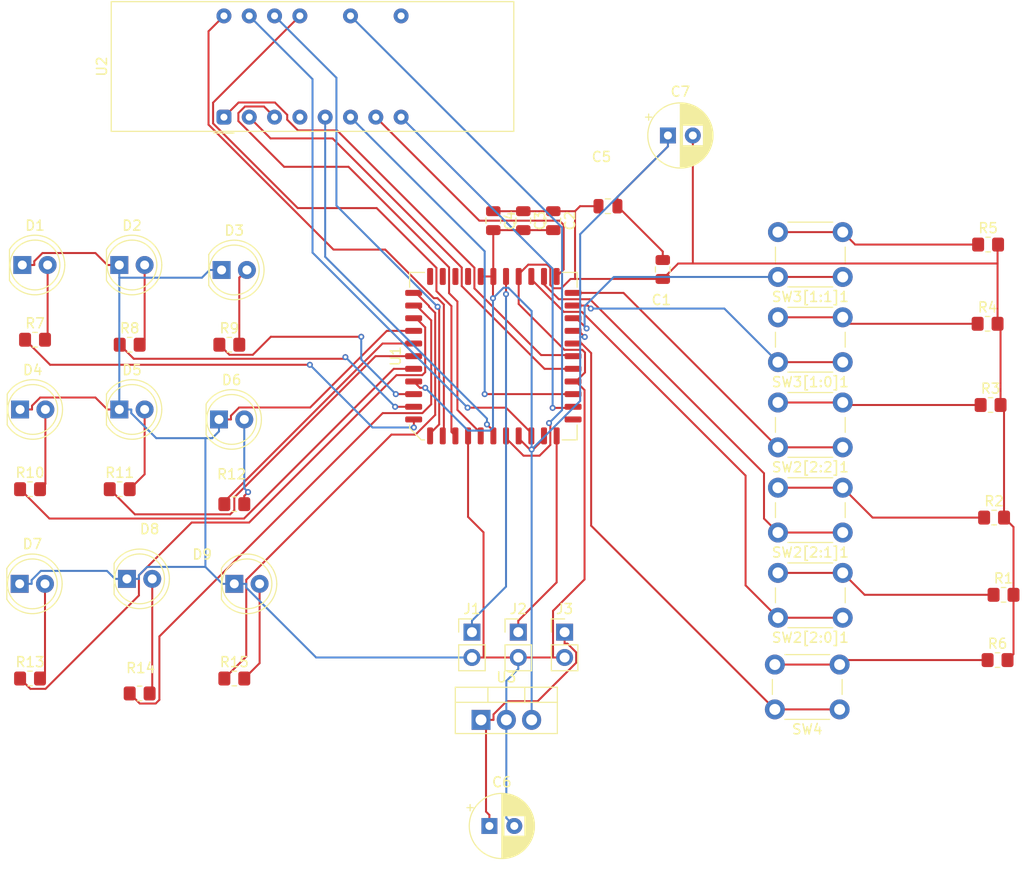
<source format=kicad_pcb>
(kicad_pcb (version 20240108) (generator "pcbnew") (generator_version "8.0")
  (layers (0 "F.Cu" signal) (31 "B.Cu" signal) (34 "B.Paste" user) (35 "F.Paste" user) (36 "B.SilkS" user "B.Silkscreen") (37 "F.SilkS" user "F.Silkscreen") (38 "B.Mask" user) (39 "F.Mask" user) (44 "Edge.Cuts" user))
  (net 0 "")
  (net 1 "GND")
  (net 2 "VCC")
  (net 3 "Net-(J3-Pin_1)")
  (net 4 "Net-(D1-A)")
  (net 5 "Net-(D2-A)")
  (net 6 "Net-(D3-A)")
  (net 7 "Net-(D4-A)")
  (net 8 "Net-(D5-A)")
  (net 9 "Net-(D6-A)")
  (net 10 "Net-(D7-A)")
  (net 11 "Net-(D8-A)")
  (net 12 "Net-(D9-A)")
  (net 13 "Net-(J1-Pin_1)")
  (net 14 "Net-(J2-Pin_1)")
  (net 15 "Net-(R1-Pad1)")
  (net 16 "Net-(R2-Pad1)")
  (net 17 "Net-(R3-Pad1)")
  (net 18 "Net-(R4-Pad1)")
  (net 19 "Net-(R5-Pad1)")
  (net 20 "Net-(R6-Pad1)")
  (net 21 "Net-(U1-IO6)")
  (net 22 "Net-(U1-IO5)")
  (net 23 "Net-(U1-IO4)")
  (net 24 "Net-(U1-IO2)")
  (net 25 "Net-(U1-IO1)")
  (net 26 "Net-(U1-IO44)")
  (net 27 "Net-(U1-IO42)")
  (net 28 "Net-(U1-IO41)")
  (net 29 "Net-(U1-IO40)")
  (net 30 "Net-(U1-IO31)")
  (net 31 "Net-(U1-IO30)")
  (net 32 "Net-(U1-IO28)")
  (net 33 "Net-(U1-IO27)")
  (net 34 "Net-(U1-IO26)")
  (net 35 "Net-(U1-IO24)")
  (net 37 "Net-(U1-IO19)")
  (net 38 "Net-(U1-IO12)")
  (net 39 "Net-(U1-IO7)")
  (net 40 "Net-(U1-IO8)")
  (net 41 "Net-(U1-IO13)")
  (net 42 "Net-(U1-IO29)")
  (net 43 "Net-(U1-IO9)")
  (net 44 "Net-(U1-IO15)")
  (net 45 "Net-(U1-IO20)")
  (net 49 "Net-(U1-IO22)")
  (net 50 "Net-(U1-IO23)")
  (net 52 "Net-(U1-IO11)")
  (footprint "Resistor_SMD:R_0805_2012Metric_Pad1.20x1.40mm_HandSolder" (layer "F.Cu") (at 69.5 54)
    (property "Reference" "R8")
    (property "Value" "220Ω")
  )
  (footprint "Capacitor_SMD:C_0805_2012Metric" (layer "F.Cu") (at 117.5 40.1)
    (property "Reference" "C5")
    (property "Value" "100nF")
  )
  (footprint "Resistor_SMD:R_0805_2012Metric_Pad1.20x1.40mm_HandSolder" (layer "F.Cu") (at 59.5 87.5)
    (property "Reference" "R13")
    (property "Value" "220Ω")
  )
  (footprint "Button_Switch_THT:SW_PUSH_6mm" (layer "F.Cu") (at 140.75 90.6 180)
    (property "Reference" "SW4")
    (property "Value" "SW_Push")
  )
  (footprint "LED_THT:LED_D5.0mm" (layer "F.Cu") (at 58.725 46)
    (property "Reference" "D1")
    (property "Value" "LED")
  )
  (footprint "LED_THT:LED_D5.0mm" (layer "F.Cu") (at 78.46 61.5)
    (property "Reference" "D6")
    (property "Value" "LED")
  )
  (footprint "Button_Switch_THT:SW_PUSH_6mm" (layer "F.Cu") (at 141.06 55.75 180)
    (property "Reference" "SW3[1:0]1")
    (property "Value" "SW_Push")
  )
  (footprint "Resistor_SMD:R_0805_2012Metric_Pad1.20x1.40mm_HandSolder" (layer "F.Cu") (at 79.5 54)
    (property "Reference" "R9")
    (property "Value" "220Ω")
  )
  (footprint "Resistor_SMD:R_0805_2012Metric_Pad1.20x1.40mm_HandSolder" (layer "F.Cu") (at 155.6 51.9)
    (property "Reference" "R4")
    (property "Value" "10kΩ")
  )
  (footprint "Button_Switch_THT:SW_PUSH_6mm" (layer "F.Cu") (at 141.06 47.2 180)
    (property "Reference" "SW3[1:1]1")
    (property "Value" "SW_Push")
  )
  (footprint "Resistor_SMD:R_0805_2012Metric_Pad1.20x1.40mm_HandSolder" (layer "F.Cu") (at 68.5 68.5)
    (property "Reference" "R11")
    (property "Value" "220Ω")
  )
  (footprint "Capacitor_THT:CP_Radial_D6.3mm_P2.50mm" (layer "F.Cu") (at 123.5176 33)
    (property "Reference" "C7")
    (property "Value" "10uF")
  )
  (footprint "Resistor_SMD:R_0805_2012Metric_Pad1.20x1.40mm_HandSolder" (layer "F.Cu") (at 157.2 79.1)
    (property "Reference" "R1")
    (property "Value" "10kΩ")
  )
  (footprint "LED_THT:LED_D5.0mm" (layer "F.Cu") (at 58.5 60.5)
    (property "Reference" "D4")
    (property "Value" "LED")
  )
  (footprint "Resistor_SMD:R_0805_2012Metric_Pad1.20x1.40mm_HandSolder" (layer "F.Cu") (at 156.25 71.35)
    (property "Reference" "R2")
    (property "Value" "10kΩ")
  )
  (footprint "Capacitor_SMD:C_0805_2012Metric" (layer "F.Cu") (at 109 41.55 -90)
    (property "Reference" "C3")
    (property "Value" "100nF")
  )
  (footprint "LED_THT:LED_D5.0mm" (layer "F.Cu") (at 80 78)
    (property "Reference" "D9")
    (property "Value" "LED")
  )
  (footprint "Capacitor_THT:CP_Radial_D6.3mm_P2.50mm" (layer "F.Cu") (at 105.6 102.3)
    (property "Reference" "C6")
    (property "Value" "10uF")
  )
  (footprint "Resistor_SMD:R_0805_2012Metric_Pad1.20x1.40mm_HandSolder" (layer "F.Cu") (at 80 87.5)
    (property "Reference" "R15")
    (property "Value" "220Ω")
  )
  (footprint "Capacitor_SMD:C_0805_2012Metric" (layer "F.Cu") (at 105.99 41.55 -90)
    (property "Reference" "C4")
    (property "Value" "100nF")
  )
  (footprint "Connector_PinHeader_2.54mm:PinHeader_1x02_P2.54mm_Vertical" (layer "F.Cu") (at 103.85 82.85)
    (property "Reference" "J1")
    (property "Value" "Conn_01x02_Pin")
  )
  (footprint "Button_Switch_THT:SW_PUSH_6mm" (layer "F.Cu") (at 141.06 81.4 180)
    (property "Reference" "SW2[2:0]1")
    (property "Value" "SW_Push")
  )
  (footprint "Resistor_SMD:R_0805_2012Metric_Pad1.20x1.40mm_HandSolder" (layer "F.Cu") (at 60 53.5)
    (property "Reference" "R7")
    (property "Value" "220Ω")
  )
  (footprint "LED_THT:LED_D5.0mm" (layer "F.Cu") (at 68.46 46)
    (property "Reference" "D2")
    (property "Value" "LED")
  )
  (footprint "Button_Switch_THT:SW_PUSH_6mm" (layer "F.Cu") (at 141.06 64.3 180)
    (property "Reference" "SW2[2:2]1")
    (property "Value" "SW_Push")
  )
  (footprint "Capacitor_SMD:C_0805_2012Metric" (layer "F.Cu") (at 123 46.45 -90)
    (property "Reference" "C1")
    (property "Value" "100nF")
  )
  (footprint "Resistor_SMD:R_0805_2012Metric_Pad1.20x1.40mm_HandSolder" (layer "F.Cu") (at 59.5 68.5)
    (property "Reference" "R10")
    (property "Value" "220Ω")
  )
  (footprint "Resistor_SMD:R_0805_2012Metric_Pad1.20x1.40mm_HandSolder" (layer "F.Cu") (at 155.65 43.95)
    (property "Reference" "R5")
    (property "Value" "10kΩ")
  )
  (footprint "Display_7Segment:LTC-4627Jx" (layer "F.Cu") (at 78.96 31.16 90)
    (property "Reference" "U2")
    (property "Value" "LTC-4627JD")
  )
  (footprint "Resistor_SMD:R_0805_2012Metric_Pad1.20x1.40mm_HandSolder" (layer "F.Cu") (at 156.6 85.65)
    (property "Reference" "R6")
    (property "Value" "10kΩ")
  )
  (footprint "Resistor_SMD:R_0805_2012Metric_Pad1.20x1.40mm_HandSolder" (layer "F.Cu") (at 155.9 60.05)
    (property "Reference" "R3")
    (property "Value" "10kΩ")
  )
  (footprint "Capacitor_SMD:C_0805_2012Metric" (layer "F.Cu") (at 112.01 41.55 -90)
    (property "Reference" "C2")
    (property "Value" "100nF")
  )
  (footprint "Button_Switch_THT:SW_PUSH_6mm" (layer "F.Cu") (at 141.06 72.85 180)
    (property "Reference" "SW2[2:1]1")
    (property "Value" "SW_Push")
  )
  (footprint "LED_THT:LED_D5.0mm" (layer "F.Cu") (at 69.225 77.5)
    (property "Reference" "D8")
    (property "Value" "LED")
  )
  (footprint "LED_THT:LED_D5.0mm" (layer "F.Cu") (at 68.46 60.5)
    (property "Reference" "D5")
    (property "Value" "LED")
  )
  (footprint "LED_THT:LED_D5.0mm" (layer "F.Cu") (at 78.725 46.5)
    (property "Reference" "D3")
    (property "Value" "LED")
  )
  (footprint "LED_THT:LED_D5.0mm" (layer "F.Cu") (at 58.46 78)
    (property "Reference" "D7")
    (property "Value" "LED")
  )
  (footprint "Resistor_SMD:R_0805_2012Metric_Pad1.20x1.40mm_HandSolder" (layer "F.Cu") (at 80 70)
    (property "Reference" "R12")
    (property "Value" "220Ω")
  )
  (footprint "Package_LCC:PLCC-44_16.6x16.6mm_P1.27mm" (layer "F.Cu") (at 106 55.15 90)
    (property "Reference" "U1")
    (property "Value" "ACT1020PL44")
  )
  (footprint "Package_TO_SOT_THT:TO-220-3_Vertical" (layer "F.Cu") (at 104.76 91.65)
    (property "Reference" "U3")
    (property "Value" "LM7805_TO220")
  )
  (footprint "Connector_PinHeader_2.54mm:PinHeader_1x02_P2.54mm_Vertical" (layer "F.Cu") (at 113.15 82.85)
    (property "Reference" "J3")
    (property "Value" "Conn_01x02_Pin")
  )
  (footprint "Connector_PinHeader_2.54mm:PinHeader_1x02_P2.54mm_Vertical" (layer "F.Cu") (at 108.5 82.85)
    (property "Reference" "J2")
    (property "Value" "Conn_01x02_Pin")
  )
  (footprint "Resistor_SMD:R_0805_2012Metric_Pad1.20x1.40mm_HandSolder" (layer "F.Cu") (at 70.5 89)
    (property "Reference" "R14")
    (property "Value" "220Ω")
  )
  (segment (start 66.0598 44.7999) (end 60.7501 44.7999) (width 0.2) (layer "F.Cu") (net 1))
  (segment (start 80.4851 60.2999) (end 79.6601 61.1249) (width 0.2) (layer "F.Cu") (net 1))
  (segment (start 111.7104 48.0068) (end 112.0399 48.3363) (width 0.2) (layer "F.Cu") (net 1))
  (segment (start 59.7001 60.1249) (end 59.7001 60.5) (width 0.2) (layer "F.Cu") (net 1))
  (segment (start 156.9 52.2) (end 156.6 51.9) (width 0.2) (layer "F.Cu") (net 1))
  (segment (start 114.1956 40.6) (end 114.1956 47.4) (width 0.2) (layer "F.Cu") (net 1))
  (segment (start 105.0125 72.8354) (end 103.46 71.2829) (width 0.2) (layer "F.Cu") (net 1))
  (segment (start 98 52.61) (end 95.3071 52.61) (width 0.2) (layer "F.Cu") (net 1))
  (segment (start 60.7501 44.7999) (end 59.9251 45.6249) (width 0.2) (layer "F.Cu") (net 1))
  (segment (start 111.9875 85.39) (end 111.9875 80.7136) (width 0.2) (layer "F.Cu") (net 1))
  (segment (start 157.25 71.35) (end 157.25 60.4) (width 0.2) (layer "F.Cu") (net 1))
  (segment (start 111.9875 80.7136) (end 115.1508 77.5503) (width 0.2) (layer "F.Cu") (net 1))
  (segment (start 114.9227 54.515) (end 115.1946 54.7869) (width 0.2) (layer "F.Cu") (net 1))
  (segment (start 158.2 85.05) (end 158.2 79.1) (width 0.2) (layer "F.Cu") (net 1))
  (segment (start 109.501 45.9671) (end 111.3999 45.9671) (width 0.2) (layer "F.Cu") (net 1))
  (segment (start 108.54 46.9281) (end 109.501 45.9671) (width 0.2) (layer "F.Cu") (net 1))
  (segment (start 157.25 60.4) (end 156.9 60.05) (width 0.2) (layer "F.Cu") (net 1))
  (segment (start 156.6 45.8504) (end 156.6 51.9) (width 0.2) (layer "F.Cu") (net 1))
  (segment (start 108.5 85.39) (end 105.0125 85.39) (width 0.2) (layer "F.Cu") (net 1))
  (segment (start 126.0176 45.8504) (end 126.0176 33) (width 0.2) (layer "F.Cu") (net 1))
  (segment (start 67.2599 46) (end 66.0598 44.7999) (width 0.2) (layer "F.Cu") (net 1))
  (segment (start 79.6601 61.1249) (end 79.6601 61.5) (width 0.2) (layer "F.Cu") (net 1))
  (segment (start 156.9 60.05) (end 156.9 52.2) (width 0.2) (layer "F.Cu") (net 1))
  (segment (start 58.5 60.5) (end 59.7001 60.5) (width 0.2) (layer "F.Cu") (net 1))
  (segment (start 111.3999 45.9671) (end 111.7104 46.2776) (width 0.2) (layer "F.Cu") (net 1))
  (segment (start 95.3071 52.61) (end 87.6172 60.2999) (width 0.2) (layer "F.Cu") (net 1))
  (segment (start 156.6 44) (end 156.6 45.8504) (width 0.2) (layer "F.Cu") (net 1))
  (segment (start 87.6172 60.2999) (end 80.4851 60.2999) (width 0.2) (layer "F.Cu") (net 1))
  (segment (start 113.15 85.39) (end 111.9875 85.39) (width 0.2) (layer "F.Cu") (net 1))
  (segment (start 108.54 47.15) (end 108.54 46.9281) (width 0.2) (layer "F.Cu") (net 1))
  (segment (start 112.01 40.6) (end 109 40.6) (width 0.2) (layer "F.Cu") (net 1))
  (segment (start 158.2 79.1) (end 158.2 72.3) (width 0.2) (layer "F.Cu") (net 1))
  (segment (start 158.2 72.3) (end 157.25 71.35) (width 0.2) (layer "F.Cu") (net 1))
  (segment (start 114.1956 47.4) (end 123 47.4) (width 0.2) (layer "F.Cu") (net 1))
  (segment (start 156.6 45.8504) (end 126.0176 45.8504) (width 0.2) (layer "F.Cu") (net 1))
  (segment (start 105.0125 85.39) (end 105.0125 72.8354) (width 0.2) (layer "F.Cu") (net 1))
  (segment (start 105.0125 85.39) (end 103.85 85.39) (width 0.2) (layer "F.Cu") (net 1))
  (segment (start 68.46 46) (end 67.2599 46) (width 0.2) (layer "F.Cu") (net 1))
  (segment (start 59.9251 45.6249) (end 59.9251 46) (width 0.2) (layer "F.Cu") (net 1))
  (segment (start 115.1946 54.7869) (end 115.1946 56.7832) (width 0.2) (layer "F.Cu") (net 1))
  (segment (start 113.75 47.4) (end 114.1956 47.4) (width 0.2) (layer "F.Cu") (net 1))
  (segment (start 111.7104 46.2776) (end 111.7104 48.0068) (width 0.2) (layer "F.Cu") (net 1))
  (segment (start 112.8137 48.3363) (end 113.75 47.4) (width 0.2) (layer "F.Cu") (net 1))
  (segment (start 66.0598 59.2999) (end 60.5251 59.2999) (width 0.2) (layer "F.Cu") (net 1))
  (segment (start 157.6 85.65) (end 158.2 85.05) (width 0.2) (layer "F.Cu") (net 1))
  (segment (start 115.1508 58.553) (end 114.2878 57.69) (width 0.2) (layer "F.Cu") (net 1))
  (segment (start 116.55 40.1) (end 114.6956 40.1) (width 0.2) (layer "F.Cu") (net 1))
  (segment (start 108.54 49.9164) (end 113.1386 54.515) (width 0.2) (layer "F.Cu") (net 1))
  (segment (start 67.2599 60.5) (end 66.0598 59.2999) (width 0.2) (layer "F.Cu") (net 1))
  (segment (start 115.1508 77.5503) (end 115.1508 58.553) (width 0.2) (layer "F.Cu") (net 1))
  (segment (start 60.5251 59.2999) (end 59.7001 60.1249) (width 0.2) (layer "F.Cu") (net 1))
  (segment (start 115.1946 56.7832) (end 114.2878 57.69) (width 0.2) (layer "F.Cu") (net 1))
  (segment (start 112.01 40.6) (end 114.1956 40.6) (width 0.2) (layer "F.Cu") (net 1))
  (segment (start 124.5496 45.8504) (end 123 47.4) (width 0.2) (layer "F.Cu") (net 1))
  (segment (start 126.0176 45.8504) (end 124.5496 45.8504) (width 0.2) (layer "F.Cu") (net 1))
  (segment (start 108.54 47.15) (end 108.54 49.9164) (width 0.2) (layer "F.Cu") (net 1))
  (segment (start 114.6956 40.1) (end 114.1956 40.6) (width 0.2) (layer "F.Cu") (net 1))
  (segment (start 113.1386 54.515) (end 114.9227 54.515) (width 0.2) (layer "F.Cu") (net 1))
  (segment (start 109 40.6) (end 105.99 40.6) (width 0.2) (layer "F.Cu") (net 1))
  (segment (start 156.65 43.95) (end 156.6 44) (width 0.2) (layer "F.Cu") (net 1))
  (segment (start 58.725 46) (end 59.9251 46) (width 0.2) (layer "F.Cu") (net 1))
  (segment (start 111.9875 85.39) (end 108.5 85.39) (width 0.2) (layer "F.Cu") (net 1))
  (segment (start 68.46 60.5) (end 67.2599 60.5) (width 0.2) (layer "F.Cu") (net 1))
  (segment (start 114.2878 57.69) (end 114 57.69) (width 0.2) (layer "F.Cu") (net 1))
  (segment (start 112.0399 48.3363) (end 112.8137 48.3363) (width 0.2) (layer "F.Cu") (net 1))
  (segment (start 78.46 61.5) (end 79.6601 61.5) (width 0.2) (layer "F.Cu") (net 1))
  (segment (start 103.46 71.2829) (end 103.46 63.15) (width 0.2) (layer "F.Cu") (net 1))
  (segment (start 103.85 85.39) (end 88.2151 85.39) (width 0.2) (layer "B.Cu") (net 1))
  (segment (start 78.725 46.5) (end 77.5249 46.5) (width 0.2) (layer "B.Cu") (net 1))
  (segment (start 67.2251 76.7002) (end 68.0249 77.5) (width 0.2) (layer "B.Cu") (net 1))
  (segment (start 78.46 62.7001) (end 77.7799 63.3802) (width 0.2) (layer "B.Cu") (net 1))
  (segment (start 69.225 77.5) (end 68.0249 77.5) (width 0.2) (layer "B.Cu") (net 1))
  (segment (start 76.7502 47.2747) (end 77.5249 46.5) (width 0.2) (layer "B.Cu") (net 1))
  (segment (start 70.4251 77.1249) (end 70.4251 77.5) (width 0.2) (layer "B.Cu") (net 1))
  (segment (start 107.3 91.65) (end 107.3 87.7401) (width 0.2) (layer "B.Cu") (net 1))
  (segment (start 77.0998 63.3802) (end 77.0998 76.2999) (width 0.2) (layer "B.Cu") (net 1))
  (segment (start 68.46 60.5) (end 69.6601 60.5) (width 0.2) (layer "B.Cu") (net 1))
  (segment (start 58.46 78) (end 59.6601 78) (width 0.2) (layer "B.Cu") (net 1))
  (segment (start 59.6601 78) (end 59.6601 77.625) (width 0.2) (layer "B.Cu") (net 1))
  (segment (start 107.3 87.7401) (end 108.5 86.5401) (width 0.2) (layer "B.Cu") (net 1))
  (segment (start 80 78) (end 78.7999 78) (width 0.2) (layer "B.Cu") (net 1))
  (segment (start 69.225 77.5) (end 70.4251 77.5) (width 0.2) (layer "B.Cu") (net 1))
  (segment (start 71.2501 76.2999) (end 70.4251 77.1249) (width 0.2) (layer "B.Cu") (net 1))
  (segment (start 81.2001 78.375) (end 81.2001 78) (width 0.2) (layer "B.Cu") (net 1))
  (segment (start 108.1 102.3) (end 107.3 101.5) (width 0.2) (layer "B.Cu") (net 1))
  (segment (start 107.3 101.5) (end 107.3 91.65) (width 0.2) (layer "B.Cu") (net 1))
  (segment (start 77.0998 76.2999) (end 71.2501 76.2999) (width 0.2) (layer "B.Cu") (net 1))
  (segment (start 88.2151 85.39) (end 81.2001 78.375) (width 0.2) (layer "B.Cu") (net 1))
  (segment (start 78.46 61.5) (end 78.46 62.7001) (width 0.2) (layer "B.Cu") (net 1))
  (segment (start 108.5 85.39) (end 108.5 86.5401) (width 0.2) (layer "B.Cu") (net 1))
  (segment (start 69.6601 60.875) (end 69.6601 60.5) (width 0.2) (layer "B.Cu") (net 1))
  (segment (start 72.1653 63.3802) (end 69.6601 60.875) (width 0.2) (layer "B.Cu") (net 1))
  (segment (start 68.46 60.5) (end 68.46 47.2747) (width 0.2) (layer "B.Cu") (net 1))
  (segment (start 77.0998 63.3802) (end 72.1653 63.3802) (width 0.2) (layer "B.Cu") (net 1))
  (segment (start 68.46 47.2747) (end 68.46 46) (width 0.2) (layer "B.Cu") (net 1))
  (segment (start 60.5849 76.7002) (end 67.2251 76.7002) (width 0.2) (layer "B.Cu") (net 1))
  (segment (start 77.7799 63.3802) (end 77.0998 63.3802) (width 0.2) (layer "B.Cu") (net 1))
  (segment (start 78.7999 78) (end 77.0998 76.2999) (width 0.2) (layer "B.Cu") (net 1))
  (segment (start 68.46 47.2747) (end 76.7502 47.2747) (width 0.2) (layer "B.Cu") (net 1))
  (segment (start 59.6601 77.625) (end 60.5849 76.7002) (width 0.2) (layer "B.Cu") (net 1))
  (segment (start 80 78) (end 81.2001 78) (width 0.2) (layer "B.Cu") (net 1))
  (segment (start 106 47.15) (end 105.99 47.15) (width 0.2) (layer "F.Cu") (net 2))
  (segment (start 123.5176 33) (end 123.5176 34.1001) (width 0.2) (layer "F.Cu") (net 2))
  (segment (start 105.9601 47.1899) (end 106 47.15) (width 0.2) (layer "F.Cu") (net 2))
  (segment (start 123 44.65) (end 118.45 40.1) (width 0.2) (layer "F.Cu") (net 2))
  (segment (start 109.84 64.5117) (end 109.6549 64.5117) (width 0.2) (layer "F.Cu") (net 2))
  (segment (start 123.5176 34.1001) (end 118.45 39.1677) (width 0.2) (layer "F.Cu") (net 2))
  (segment (start 111.08 63.4268) (end 109.9951 64.5117) (width 0.2) (layer "F.Cu") (net 2))
  (segment (start 105.99 47.15) (end 104.73 47.15) (width 0.2) (layer "F.Cu") (net 2))
  (segment (start 111.08 63.15) (end 111.08 63.4268) (width 0.2) (layer "F.Cu") (net 2))
  (segment (start 105.99 47.15) (end 105.99 42.5) (width 0.2) (layer "F.Cu") (net 2))
  (segment (start 109.6549 64.5117) (end 108.54 63.3968) (width 0.2) (layer "F.Cu") (net 2))
  (segment (start 118.45 39.1677) (end 118.45 40.1) (width 0.2) (layer "F.Cu") (net 2))
  (segment (start 115.1705 53.2194) (end 114.5611 52.61) (width 0.2) (layer "F.Cu") (net 2))
  (segment (start 99.1608 58.325) (end 98.635 58.325) (width 0.2) (layer "F.Cu") (net 2))
  (segment (start 108.54 63.3968) (end 108.54 63.15) (width 0.2) (layer "F.Cu") (net 2))
  (segment (start 109 42.5) (end 105.99 42.5) (width 0.2) (layer "F.Cu") (net 2))
  (segment (start 123 45.5) (end 123 44.65) (width 0.2) (layer "F.Cu") (net 2))
  (segment (start 98.635 58.325) (end 98 57.69) (width 0.2) (layer "F.Cu") (net 2))
  (segment (start 105.9601 49.337) (end 105.9601 47.1899) (width 0.2) (layer "F.Cu") (net 2))
  (segment (start 114.5611 52.61) (end 114 52.61) (width 0.2) (layer "F.Cu") (net 2))
  (segment (start 109.9951 64.5117) (end 109.84 64.5117) (width 0.2) (layer "F.Cu") (net 2))
  (segment (start 112.01 42.5) (end 109 42.5) (width 0.2) (layer "F.Cu") (net 2))
  (via (at 115.1705 53.2194) (size 0.6) (drill 0.3) (layers "F.Cu" "B.Cu") (net 2))
  (via (at 105.9601 49.337) (size 0.6) (drill 0.3) (layers "F.Cu" "B.Cu") (net 2))
  (via (at 99.1608 58.325) (size 0.6) (drill 0.3) (layers "F.Cu" "B.Cu") (net 2))
  (via (at 109.84 64.5117) (size 0.6) (drill 0.3) (layers "F.Cu" "B.Cu") (net 2))
  (segment (start 107.5049 48.287) (end 107.0101 48.287) (width 0.2) (layer "B.Cu") (net 2))
  (segment (start 114.7107 53.2194) (end 115.1705 53.2194) (width 0.2) (layer "B.Cu") (net 2))
  (segment (start 105.9601 62.3084) (end 105.6449 62.6236) (width 0.2) (layer "B.Cu") (net 2))
  (segment (start 123.5176 34.1001) (end 114.7107 42.907) (width 0.2) (layer "B.Cu") (net 2))
  (segment (start 109.84 64.5117) (end 114.7107 59.641) (width 0.2) (layer "B.Cu") (net 2))
  (segment (start 105.9601 49.337) (end 105.9601 62.3084) (width 0.2) (layer "B.Cu") (net 2))
  (segment (start 123.5176 33) (end 123.5176 34.1001) (width 0.2) (layer "B.Cu") (net 2))
  (segment (start 109.84 64.5117) (end 109.84 50.6221) (width 0.2) (layer "B.Cu") (net 2))
  (segment (start 107.0101 48.287) (end 105.9601 49.337) (width 0.2) (layer "B.Cu") (net 2))
  (segment (start 109.84 50.6221) (end 107.5049 48.287) (width 0.2) (layer "B.Cu") (net 2))
  (segment (start 109.84 91.65) (end 109.84 64.5117) (width 0.2) (layer "B.Cu") (net 2))
  (segment (start 114.7107 59.641) (end 114.7107 53.2194) (width 0.2) (layer "B.Cu") (net 2))
  (segment (start 103.4594 62.6236) (end 99.1608 58.325) (width 0.2) (layer "B.Cu") (net 2))
  (segment (start 114.7107 42.907) (end 114.7107 53.2194) (width 0.2) (layer "B.Cu") (net 2))
  (segment (start 105.6449 62.6236) (end 103.4594 62.6236) (width 0.2) (layer "B.Cu") (net 2))
  (segment (start 104.76 91.65) (end 105.2621 91.65) (width 0.2) (layer "F.Cu") (net 3))
  (segment (start 105.2621 91.65) (end 105.2621 100.862) (width 0.2) (layer "F.Cu") (net 3))
  (segment (start 113.15 82.85) (end 113.15 84.0001) (width 0.2) (layer "F.Cu") (net 3))
  (segment (start 107.3334 89.7812) (end 106.0126 91.102) (width 0.2) (layer "F.Cu") (net 3))
  (segment (start 113.15 84.0001) (end 113.4375 84.0001) (width 0.2) (layer "F.Cu") (net 3))
  (segment (start 114.3078 85.9211) (end 110.4477 89.7812) (width 0.2) (layer "F.Cu") (net 3))
  (segment (start 105.6 102.3) (end 105.6 101.1999) (width 0.2) (layer "F.Cu") (net 3))
  (segment (start 105.2621 91.65) (end 106.0126 91.65) (width 0.2) (layer "F.Cu") (net 3))
  (segment (start 106.0126 91.102) (end 106.0126 91.65) (width 0.2) (layer "F.Cu") (net 3))
  (segment (start 113.4375 84.0001) (end 114.3078 84.8704) (width 0.2) (layer "F.Cu") (net 3))
  (segment (start 105.2621 100.862) (end 105.6 101.1999) (width 0.2) (layer "F.Cu") (net 3))
  (segment (start 110.4477 89.7812) (end 107.3334 89.7812) (width 0.2) (layer "F.Cu") (net 3))
  (segment (start 114.3078 84.8704) (end 114.3078 85.9211) (width 0.2) (layer "F.Cu") (net 3))
  (segment (start 61.265 46) (end 61.265 53.235) (width 0.2) (layer "F.Cu") (net 4))
  (segment (start 61.265 53.235) (end 61 53.5) (width 0.2) (layer "F.Cu") (net 4))
  (segment (start 71 46) (end 71 53.5) (width 0.2) (layer "F.Cu") (net 5))
  (segment (start 71 53.5) (end 70.5 54) (width 0.2) (layer "F.Cu") (net 5))
  (segment (start 81.265 46.5) (end 80.5 47.265) (width 0.2) (layer "F.Cu") (net 6))
  (segment (start 80.5 47.265) (end 80.5 54) (width 0.2) (layer "F.Cu") (net 6))
  (segment (start 61.04 60.5) (end 61.04 67.96) (width 0.2) (layer "F.Cu") (net 7))
  (segment (start 61.04 67.96) (end 60.5 68.5) (width 0.2) (layer "F.Cu") (net 7))
  (segment (start 71 60.5) (end 71 67) (width 0.2) (layer "F.Cu") (net 8))
  (segment (start 71 67) (end 69.5 68.5) (width 0.2) (layer "F.Cu") (net 8))
  (segment (start 81.3818 68.7916) (end 81 69.1734) (width 0.2) (layer "F.Cu") (net 9))
  (segment (start 81 69.1734) (end 81 70) (width 0.2) (layer "F.Cu") (net 9))
  (via (at 81.3818 68.7916) (size 0.6) (drill 0.3) (layers "F.Cu" "B.Cu") (net 9))
  (segment (start 81 61.5) (end 81 68.4098) (width 0.2) (layer "B.Cu") (net 9))
  (segment (start 81 68.4098) (end 81.3818 68.7916) (width 0.2) (layer "B.Cu") (net 9))
  (segment (start 61 78) (end 61 87) (width 0.2) (layer "F.Cu") (net 10))
  (segment (start 61 87) (end 60.5 87.5) (width 0.2) (layer "F.Cu") (net 10))
  (segment (start 71.765 88.735) (end 71.5 89) (width 0.2) (layer "F.Cu") (net 11))
  (segment (start 71.765 77.5) (end 71.765 88.735) (width 0.2) (layer "F.Cu") (net 11))
  (segment (start 81 87.5) (end 82.54 85.96) (width 0.2) (layer "F.Cu") (net 12))
  (segment (start 82.54 85.96) (end 82.54 78) (width 0.2) (layer "F.Cu") (net 12))
  (segment (start 107.27 47.15) (end 107.27 48.9206) (width 0.2) (layer "F.Cu") (net 13))
  (via (at 107.27 48.9206) (size 0.6) (drill 0.3) (layers "F.Cu" "B.Cu") (net 13))
  (segment (start 103.85 81.6999) (end 107.27 78.2799) (width 0.2) (layer "B.Cu") (net 13))
  (segment (start 107.27 78.2799) (end 107.27 48.9206) (width 0.2) (layer "B.Cu") (net 13))
  (segment (start 103.85 82.85) (end 103.85 81.6999) (width 0.2) (layer "B.Cu") (net 13))
  (segment (start 108.5 82.85) (end 108.5 81.6999) (width 0.2) (layer "F.Cu") (net 14))
  (segment (start 112.35 77.8499) (end 108.5 81.6999) (width 0.2) (layer "F.Cu") (net 14))
  (segment (start 112.35 63.15) (end 112.35 77.8499) (width 0.2) (layer "F.Cu") (net 14))
  (segment (start 156.2 79.1) (end 143.26 79.1) (width 0.2) (layer "F.Cu") (net 15))
  (segment (start 134.56 76.9) (end 141.06 76.9) (width 0.2) (layer "F.Cu") (net 15))
  (segment (start 143.26 79.1) (end 141.06 76.9) (width 0.2) (layer "F.Cu") (net 15))
  (segment (start 155.25 71.35) (end 144.06 71.35) (width 0.2) (layer "F.Cu") (net 16))
  (segment (start 144.06 71.35) (end 141.06 68.35) (width 0.2) (layer "F.Cu") (net 16))
  (segment (start 134.56 68.35) (end 141.06 68.35) (width 0.2) (layer "F.Cu") (net 16))
  (segment (start 141.31 60.05) (end 141.06 59.8) (width 0.2) (layer "F.Cu") (net 17))
  (segment (start 134.56 59.8) (end 141.06 59.8) (width 0.2) (layer "F.Cu") (net 17))
  (segment (start 154.9 60.05) (end 141.31 60.05) (width 0.2) (layer "F.Cu") (net 17))
  (segment (start 154.6 51.9) (end 141.71 51.9) (width 0.2) (layer "F.Cu") (net 18))
  (segment (start 141.71 51.9) (end 141.06 51.25) (width 0.2) (layer "F.Cu") (net 18))
  (segment (start 134.56 51.25) (end 141.06 51.25) (width 0.2) (layer "F.Cu") (net 18))
  (segment (start 134.56 42.7) (end 141.06 42.7) (width 0.2) (layer "F.Cu") (net 19))
  (segment (start 154.65 43.95) (end 142.31 43.95) (width 0.2) (layer "F.Cu") (net 19))
  (segment (start 142.31 43.95) (end 141.06 42.7) (width 0.2) (layer "F.Cu") (net 19))
  (segment (start 134.25 86.1) (end 140.75 86.1) (width 0.2) (layer "F.Cu") (net 20))
  (segment (start 141.2 85.65) (end 140.75 86.1) (width 0.2) (layer "F.Cu") (net 20))
  (segment (start 155.6 85.65) (end 141.2 85.65) (width 0.2) (layer "F.Cu") (net 20))
  (segment (start 98.019 61.519) (end 98.019 62.3075) (width 0.2) (layer "F.Cu") (net 21))
  (segment (start 59 53.5) (end 61.5136 56.0136) (width 0.2) (layer "F.Cu") (net 21))
  (segment (start 61.5136 56.0136) (end 87.5814 56.0136) (width 0.2) (layer "F.Cu") (net 21))
  (segment (start 98 61.5) (end 98.019 61.519) (width 0.2) (layer "F.Cu") (net 21))
  (via (at 87.5814 56.0136) (size 0.6) (drill 0.3) (layers "F.Cu" "B.Cu") (net 21))
  (via (at 98.019 62.3075) (size 0.6) (drill 0.3) (layers "F.Cu" "B.Cu") (net 21))
  (segment (start 93.8753 62.3075) (end 87.5814 56.0136) (width 0.2) (layer "B.Cu") (net 21))
  (segment (start 98.019 62.3075) (end 93.8753 62.3075) (width 0.2) (layer "B.Cu") (net 21))
  (segment (start 90.981 55.4109) (end 91.146 55.2459) (width 0.2) (layer "F.Cu") (net 22))
  (segment (start 68.5 54) (end 69.9109 55.4109) (width 0.2) (layer "F.Cu") (net 22))
  (segment (start 69.9109 55.4109) (end 90.981 55.4109) (width 0.2) (layer "F.Cu") (net 22))
  (segment (start 98 60.23) (end 96.1421 60.23) (width 0.2) (layer "F.Cu") (net 22))
  (via (at 91.146 55.2459) (size 0.6) (drill 0.3) (layers "F.Cu" "B.Cu") (net 22))
  (via (at 96.1421 60.23) (size 0.6) (drill 0.3) (layers "F.Cu" "B.Cu") (net 22))
  (segment (start 96.1421 60.23) (end 91.158 55.2459) (width 0.2) (layer "B.Cu") (net 22))
  (segment (start 91.158 55.2459) (end 91.146 55.2459) (width 0.2) (layer "B.Cu") (net 22))
  (segment (start 92.7392 53.2021) (end 83.6687 53.2021) (width 0.2) (layer "F.Cu") (net 23))
  (segment (start 83.6687 53.2021) (end 81.86 55.0108) (width 0.2) (layer "F.Cu") (net 23))
  (segment (start 98 58.96) (end 96.2104 58.96) (width 0.2) (layer "F.Cu") (net 23))
  (segment (start 81.86 55.0108) (end 79.5108 55.0108) (width 0.2) (layer "F.Cu") (net 23))
  (segment (start 79.5108 55.0108) (end 78.5 54) (width 0.2) (layer "F.Cu") (net 23))
  (via (at 96.2104 58.96) (size 0.6) (drill 0.3) (layers "F.Cu" "B.Cu") (net 23))
  (via (at 92.7392 53.2021) (size 0.6) (drill 0.3) (layers "F.Cu" "B.Cu") (net 23))
  (segment (start 92.7392 55.4888) (end 96.2104 58.96) (width 0.2) (layer "B.Cu") (net 23))
  (segment (start 92.7392 53.2021) (end 92.7392 55.4888) (width 0.2) (layer "B.Cu") (net 23))
  (segment (start 80.974 71.4465) (end 61.4465 71.4465) (width 0.2) (layer "F.Cu") (net 24))
  (segment (start 96.0005 56.42) (end 80.974 71.4465) (width 0.2) (layer "F.Cu") (net 24))
  (segment (start 98 56.42) (end 96.0005 56.42) (width 0.2) (layer "F.Cu") (net 24))
  (segment (start 61.4465 71.4465) (end 58.5 68.5) (width 0.2) (layer "F.Cu") (net 24))
  (segment (start 94.1748 55.15) (end 80 69.3248) (width 0.2) (layer "F.Cu") (net 25))
  (segment (start 98 55.15) (end 94.1748 55.15) (width 0.2) (layer "F.Cu") (net 25))
  (segment (start 79.587 71.0237) (end 70.0237 71.0237) (width 0.2) (layer "F.Cu") (net 25))
  (segment (start 70.0237 71.0237) (end 67.5 68.5) (width 0.2) (layer "F.Cu") (net 25))
  (segment (start 80 69.3248) (end 80 70.6107) (width 0.2) (layer "F.Cu") (net 25))
  (segment (start 80 70.6107) (end 79.587 71.0237) (width 0.2) (layer "F.Cu") (net 25))
  (segment (start 94.879 53.88) (end 79 69.759) (width 0.2) (layer "F.Cu") (net 26))
  (segment (start 98 53.88) (end 94.879 53.88) (width 0.2) (layer "F.Cu") (net 26))
  (segment (start 79 69.759) (end 79 70) (width 0.2) (layer "F.Cu") (net 26))
  (segment (start 75.7187 71.8467) (end 70.4252 77.1402) (width 0.2) (layer "F.Cu") (net 27))
  (segment (start 61.0521 88.5377) (end 59.5377 88.5377) (width 0.2) (layer "F.Cu") (net 27))
  (segment (start 70.4252 77.1402) (end 70.4252 79.1646) (width 0.2) (layer "F.Cu") (net 27))
  (segment (start 81.4899 71.8467) (end 75.7187 71.8467) (width 0.2) (layer "F.Cu") (net 27))
  (segment (start 98.8613 57.055) (end 96.2816 57.055) (width 0.2) (layer "F.Cu") (net 27))
  (segment (start 98.2414 51.34) (end 99.1566 52.2552) (width 0.2) (layer "F.Cu") (net 27))
  (segment (start 99.1566 52.2552) (end 99.1566 56.7597) (width 0.2) (layer "F.Cu") (net 27))
  (segment (start 96.2816 57.055) (end 81.4899 71.8467) (width 0.2) (layer "F.Cu") (net 27))
  (segment (start 98 51.34) (end 98.2414 51.34) (width 0.2) (layer "F.Cu") (net 27))
  (segment (start 59.5377 88.5377) (end 58.5 87.5) (width 0.2) (layer "F.Cu") (net 27))
  (segment (start 70.4252 79.1646) (end 61.0521 88.5377) (width 0.2) (layer "F.Cu") (net 27))
  (segment (start 99.1566 56.7597) (end 98.8613 57.055) (width 0.2) (layer "F.Cu") (net 27))
  (segment (start 98.877 60.865) (end 94.8933 60.865) (width 0.2) (layer "F.Cu") (net 28))
  (segment (start 72.4813 89.6366) (end 72.1075 90.0104) (width 0.2) (layer "F.Cu") (net 28))
  (segment (start 98 50.07) (end 98.2708 50.07) (width 0.2) (layer "F.Cu") (net 28))
  (segment (start 98.2708 50.07) (end 99.7609 51.5601) (width 0.2) (layer "F.Cu") (net 28))
  (segment (start 70.5104 90.0104) (end 69.5 89) (width 0.2) (layer "F.Cu") (net 28))
  (segment (start 99.7609 51.5601) (end 99.7609 59.9811) (width 0.2) (layer "F.Cu") (net 28))
  (segment (start 72.1075 90.0104) (end 70.5104 90.0104) (width 0.2) (layer "F.Cu") (net 28))
  (segment (start 94.8933 60.865) (end 72.4813 83.277) (width 0.2) (layer "F.Cu") (net 28))
  (segment (start 99.7609 59.9811) (end 98.877 60.865) (width 0.2) (layer "F.Cu") (net 28))
  (segment (start 72.4813 83.277) (end 72.4813 89.6366) (width 0.2) (layer "F.Cu") (net 28))
  (segment (start 100.161 61.0487) (end 100.161 50.7985) (width 0.2) (layer "F.Cu") (net 29))
  (segment (start 100.161 50.7985) (end 99.54 50.1775) (width 0.2) (layer "F.Cu") (net 29))
  (segment (start 98.1895 63.0202) (end 100.161 61.0487) (width 0.2) (layer "F.Cu") (net 29))
  (segment (start 99.54 50.1121) (end 98.2279 48.8) (width 0.2) (layer "F.Cu") (net 29))
  (segment (start 99.54 50.1775) (end 99.54 50.1121) (width 0.2) (layer "F.Cu") (net 29))
  (segment (start 79 87.5) (end 81.2002 85.2998) (width 0.2) (layer "F.Cu") (net 29))
  (segment (start 98.2279 48.8) (end 98 48.8) (width 0.2) (layer "F.Cu") (net 29))
  (segment (start 81.2002 85.2998) (end 81.2002 77.59) (width 0.2) (layer "F.Cu") (net 29))
  (segment (start 81.2002 77.59) (end 95.77 63.0202) (width 0.2) (layer "F.Cu") (net 29))
  (segment (start 95.77 63.0202) (end 98.1895 63.0202) (width 0.2) (layer "F.Cu") (net 29))
  (segment (start 109.81 47.4386) (end 113.0764 50.705) (width 0.2) (layer "F.Cu") (net 30))
  (segment (start 113.0764 50.705) (end 114.8782 50.705) (width 0.2) (layer "F.Cu") (net 30))
  (segment (start 109.81 47.15) (end 109.81 47.4386) (width 0.2) (layer "F.Cu") (net 30))
  (segment (start 114.8782 50.705) (end 131.3119 67.1387) (width 0.2) (layer "F.Cu") (net 30))
  (segment (start 134.56 81.4) (end 141.06 81.4) (width 0.2) (layer "F.Cu") (net 30))
  (segment (start 131.3119 78.1519) (end 134.56 81.4) (width 0.2) (layer "F.Cu") (net 30))
  (segment (start 131.3119 67.1387) (end 131.3119 78.1519) (width 0.2) (layer "F.Cu") (net 30))
  (segment (start 133.1602 66.9047) (end 133.1602 71.4502) (width 0.2) (layer "F.Cu") (net 31))
  (segment (start 112.5728 49.435) (end 115.6905 49.435) (width 0.2) (layer "F.Cu") (net 31))
  (segment (start 111.08 47.15) (end 111.08 47.9422) (width 0.2) (layer "F.Cu") (net 31))
  (segment (start 134.56 72.85) (end 141.06 72.85) (width 0.2) (layer "F.Cu") (net 31))
  (segment (start 133.1602 71.4502) (end 134.56 72.85) (width 0.2) (layer "F.Cu") (net 31))
  (segment (start 115.6905 49.435) (end 133.1602 66.9047) (width 0.2) (layer "F.Cu") (net 31))
  (segment (start 111.08 47.9422) (end 112.5728 49.435) (width 0.2) (layer "F.Cu") (net 31))
  (segment (start 134.56 64.3) (end 141.06 64.3) (width 0.2) (layer "F.Cu") (net 32))
  (segment (start 114 48.8) (end 119.06 48.8) (width 0.2) (layer "F.Cu") (net 32))
  (segment (start 119.06 48.8) (end 134.56 64.3) (width 0.2) (layer "F.Cu") (net 32))
  (segment (start 134.56 55.75) (end 141.06 55.75) (width 0.2) (layer "F.Cu") (net 33))
  (segment (start 115.4749 50.07) (end 115.7777 50.3728) (width 0.2) (layer "F.Cu") (net 33))
  (segment (start 114 50.07) (end 115.4749 50.07) (width 0.2) (layer "F.Cu") (net 33))
  (via (at 115.7777 50.3728) (size 0.6) (drill 0.3) (layers "F.Cu" "B.Cu") (net 33))
  (segment (start 129.1828 50.3728) (end 115.7777 50.3728) (width 0.2) (layer "B.Cu") (net 33))
  (segment (start 134.56 55.75) (end 129.1828 50.3728) (width 0.2) (layer "B.Cu") (net 33))
  (segment (start 114 51.34) (end 114.327 51.34) (width 0.2) (layer "F.Cu") (net 34))
  (segment (start 134.56 47.2) (end 141.06 47.2) (width 0.2) (layer "F.Cu") (net 34))
  (segment (start 114.327 51.34) (end 115.3571 52.3701) (width 0.2) (layer "F.Cu") (net 34))
  (via (at 115.3571 52.3701) (size 0.6) (drill 0.3) (layers "F.Cu" "B.Cu") (net 34))
  (segment (start 118.0867 47.2) (end 134.56 47.2) (width 0.2) (layer "B.Cu") (net 34))
  (segment (start 115.1573 52.1703) (end 115.1573 50.1294) (width 0.2) (layer "B.Cu") (net 34))
  (segment (start 115.3571 52.3701) (end 115.1573 52.1703) (width 0.2) (layer "B.Cu") (net 34))
  (segment (start 115.1573 50.1294) (end 118.0867 47.2) (width 0.2) (layer "B.Cu") (net 34))
  (segment (start 134.25 90.6) (end 115.8128 72.1628) (width 0.2) (layer "F.Cu") (net 35))
  (segment (start 115.8128 54.8392) (end 114.8536 53.88) (width 0.2) (layer "F.Cu") (net 35))
  (segment (start 134.25 90.6) (end 140.75 90.6) (width 0.2) (layer "F.Cu") (net 35))
  (segment (start 115.8128 72.1628) (end 115.8128 54.8392) (width 0.2) (layer "F.Cu") (net 35))
  (segment (start 114.8536 53.88) (end 114 53.88) (width 0.2) (layer "F.Cu") (net 35))
  (segment (start 114 60.23) (end 113.8875 60.3425) (width 0.2) (layer "F.Cu") (net 37))
  (segment (start 113.8875 60.3425) (end 111.947 60.3425) (width 0.2) (layer "F.Cu") (net 37))
  (via (at 111.947 60.3425) (size 0.6) (drill 0.3) (layers "F.Cu" "B.Cu") (net 37))
  (segment (start 111.947 46.367) (end 111.947 60.3425) (width 0.2) (layer "B.Cu") (net 37))
  (segment (start 96.74 31.16) (end 111.947 46.367) (width 0.2) (layer "B.Cu") (net 37))
  (segment (start 106 63.15) (end 106 62.6439) (width 0.2) (layer "F.Cu") (net 38))
  (segment (start 106 62.6439) (end 105.3547 61.9986) (width 0.2) (layer "F.Cu") (net 38))
  (via (at 105.3547 61.9986) (size 0.6) (drill 0.3) (layers "F.Cu" "B.Cu") (net 38))
  (segment (start 105.3547 61.9986) (end 105.3547 61.4127) (width 0.2) (layer "B.Cu") (net 38))
  (segment (start 89.12 45.178) (end 89.12 31.16) (width 0.2) (layer "B.Cu") (net 38))
  (segment (start 105.3547 61.4127) (end 89.12 45.178) (width 0.2) (layer "B.Cu") (net 38))
  (segment (start 100.5621 50.351) (end 100.406 50.1949) (width 0.2) (layer "F.Cu") (net 39))
  (segment (start 99.65 62.9104) (end 100.5621 61.9983) (width 0.2) (layer "F.Cu") (net 39))
  (segment (start 100.5621 61.9983) (end 100.5621 50.351) (width 0.2) (layer "F.Cu") (net 39))
  (segment (start 99.65 63.15) (end 99.65 62.9104) (width 0.2) (layer "F.Cu") (net 39))
  (via (at 100.406 50.1949) (size 0.6) (drill 0.3) (layers "F.Cu" "B.Cu") (net 39))
  (segment (start 90.2485 27.2085) (end 90.2485 40.0374) (width 0.2) (layer "B.Cu") (net 39))
  (segment (start 84.04 21) (end 90.2485 27.2085) (width 0.2) (layer "B.Cu") (net 39))
  (segment (start 90.2485 40.0374) (end 100.406 50.1949) (width 0.2) (layer "B.Cu") (net 39))
  (segment (start 101.0303 63.0397) (end 101.0303 49.9705) (width 0.2) (layer "F.Cu") (net 40))
  (segment (start 95.1489 44.4544) (end 89.9553 44.4544) (width 0.2) (layer "F.Cu") (net 40))
  (segment (start 100.92 63.15) (end 101.0303 63.0397) (width 0.2) (layer "F.Cu") (net 40))
  (segment (start 89.9553 44.4544) (end 77.4126 31.9117) (width 0.2) (layer "F.Cu") (net 40))
  (segment (start 101.0303 49.9705) (end 100.3887 49.3289) (width 0.2) (layer "F.Cu") (net 40))
  (segment (start 100.0234 49.3289) (end 95.1489 44.4544) (width 0.2) (layer "F.Cu") (net 40))
  (segment (start 100.3887 49.3289) (end 100.0234 49.3289) (width 0.2) (layer "F.Cu") (net 40))
  (segment (start 77.4126 31.9117) (end 77.4126 22.5474) (width 0.2) (layer "F.Cu") (net 40))
  (segment (start 77.4126 22.5474) (end 78.96 21) (width 0.2) (layer "F.Cu") (net 40))
  (segment (start 110.6319 65.139) (end 111.715 64.0559) (width 0.2) (layer "F.Cu") (net 41))
  (segment (start 111.715 64.0559) (end 111.715 61.9891) (width 0.2) (layer "F.Cu") (net 41))
  (segment (start 109.0279 65.139) (end 110.6319 65.139) (width 0.2) (layer "F.Cu") (net 41))
  (segment (start 111.715 61.9891) (end 111.59 61.8641) (width 0.2) (layer "F.Cu") (net 41))
  (segment (start 107.27 63.3811) (end 109.0279 65.139) (width 0.2) (layer "F.Cu") (net 41))
  (segment (start 107.27 63.15) (end 107.27 63.3811) (width 0.2) (layer "F.Cu") (net 41))
  (via (at 111.59 61.8641) (size 0.6) (drill 0.3) (layers "F.Cu" "B.Cu") (net 41))
  (segment (start 91.66 21) (end 112.8955 42.2355) (width 0.2) (layer "B.Cu") (net 41))
  (segment (start 112.8955 60.5586) (end 111.59 61.8641) (width 0.2) (layer "B.Cu") (net 41))
  (segment (start 112.8955 42.2355) (end 112.8955 60.5586) (width 0.2) (layer "B.Cu") (net 41))
  (segment (start 113.0549 41.9768) (end 112.6281 41.55) (width 0.2) (layer "F.Cu") (net 42))
  (segment (start 113.0549 46.4451) (end 113.0549 41.9768) (width 0.2) (layer "F.Cu") (net 42))
  (segment (start 112.6281 41.55) (end 104.59 41.55) (width 0.2) (layer "F.Cu") (net 42))
  (segment (start 104.59 41.55) (end 94.2 31.16) (width 0.2) (layer "F.Cu") (net 42))
  (segment (start 112.35 47.15) (end 113.0549 46.4451) (width 0.2) (layer "F.Cu") (net 42))
  (segment (start 86.3698 40.291) (end 94.2894 40.291) (width 0.2) (layer "F.Cu") (net 43))
  (segment (start 101.7899 50.1277) (end 101.7899 62.7499) (width 0.2) (layer "F.Cu") (net 43))
  (segment (start 77.871 29.709) (end 77.871 31.7922) (width 0.2) (layer "F.Cu") (net 43))
  (segment (start 100.285 48.6228) (end 101.7899 50.1277) (width 0.2) (layer "F.Cu") (net 43))
  (segment (start 101.7899 62.7499) (end 102.19 63.15) (width 0.2) (layer "F.Cu") (net 43))
  (segment (start 94.2894 40.291) (end 100.285 46.2866) (width 0.2) (layer "F.Cu") (net 43))
  (segment (start 77.871 31.7922) (end 86.3698 40.291) (width 0.2) (layer "F.Cu") (net 43))
  (segment (start 86.58 21) (end 77.871 29.709) (width 0.2) (layer "F.Cu") (net 43))
  (segment (start 100.285 46.2866) (end 100.285 48.6228) (width 0.2) (layer "F.Cu") (net 43))
  (segment (start 107.2676 60.3198) (end 103.4132 60.3198) (width 0.2) (layer "F.Cu") (net 44))
  (segment (start 109.81 63.15) (end 109.81 62.8622) (width 0.2) (layer "F.Cu") (net 44))
  (segment (start 109.81 62.8622) (end 107.2676 60.3198) (width 0.2) (layer "F.Cu") (net 44))
  (via (at 103.4132 60.3198) (size 0.6) (drill 0.3) (layers "F.Cu" "B.Cu") (net 44))
  (segment (start 87.8501 27.3501) (end 87.8501 44.7567) (width 0.2) (layer "B.Cu") (net 44))
  (segment (start 81.5 21) (end 87.8501 27.3501) (width 0.2) (layer "B.Cu") (net 44))
  (segment (start 87.8501 44.7567) (end 103.4132 60.3198) (width 0.2) (layer "B.Cu") (net 44))
  (segment (start 113.9987 58.9587) (end 105.1285 58.9587) (width 0.2) (layer "F.Cu") (net 45))
  (segment (start 114 58.96) (end 113.9987 58.9587) (width 0.2) (layer "F.Cu") (net 45))
  (via (at 105.1285 58.9587) (size 0.6) (drill 0.3) (layers "F.Cu" "B.Cu") (net 45))
  (segment (start 105.1285 44.6285) (end 105.1285 58.9587) (width 0.2) (layer "B.Cu") (net 45))
  (segment (start 91.66 31.16) (end 105.1285 44.6285) (width 0.2) (layer "B.Cu") (net 45))
  (segment (start 102.825 46.2589) (end 102.825 48.1115) (width 0.2) (layer "F.Cu") (net 49))
  (segment (start 111.1335 56.42) (end 114 56.42) (width 0.2) (layer "F.Cu") (net 49))
  (segment (start 89.8628 33.2967) (end 102.825 46.2589) (width 0.2) (layer "F.Cu") (net 49))
  (segment (start 83.6367 33.2967) (end 89.8628 33.2967) (width 0.2) (layer "F.Cu") (net 49))
  (segment (start 81.5 31.16) (end 83.6367 33.2967) (width 0.2) (layer "F.Cu") (net 49))
  (segment (start 102.825 48.1115) (end 111.1335 56.42) (width 0.2) (layer "F.Cu") (net 49))
  (segment (start 104.095 46.2731) (end 90.3184 32.4965) (width 0.2) (layer "F.Cu") (net 50))
  (segment (start 80.4273 29.6927) (end 78.96 31.16) (width 0.2) (layer "F.Cu") (net 50))
  (segment (start 85.31 31.4208) (end 85.31 30.9291) (width 0.2) (layer "F.Cu") (net 50))
  (segment (start 113.8913 55.0412) (end 110.7917 55.0412) (width 0.2) (layer "F.Cu") (net 50))
  (segment (start 110.7917 55.0412) (end 104.095 48.3445) (width 0.2) (layer "F.Cu") (net 50))
  (segment (start 104.095 48.3445) (end 104.095 46.2731) (width 0.2) (layer "F.Cu") (net 50))
  (segment (start 114 55.15) (end 113.8913 55.0413) (width 0.2) (layer "F.Cu") (net 50))
  (segment (start 84.0736 29.6927) (end 80.4273 29.6927) (width 0.2) (layer "F.Cu") (net 50))
  (segment (start 90.3184 32.4965) (end 86.3857 32.4965) (width 0.2) (layer "F.Cu") (net 50))
  (segment (start 85.31 30.9291) (end 84.0736 29.6927) (width 0.2) (layer "F.Cu") (net 50))
  (segment (start 86.3857 32.4965) (end 85.31 31.4208) (width 0.2) (layer "F.Cu") (net 50))
  (segment (start 113.8913 55.0413) (end 113.8913 55.0412) (width 0.2) (layer "F.Cu") (net 50))
  (segment (start 80.4081 30.7517) (end 81.067 30.0928) (width 0.2) (layer "F.Cu") (net 52))
  (segment (start 81.067 30.0928) (end 82.9728 30.0928) (width 0.2) (layer "F.Cu") (net 52))
  (segment (start 80.4081 31.5575) (end 80.4081 30.7517) (width 0.2) (layer "F.Cu") (net 52))
  (segment (start 91.461 36.1442) (end 84.9948 36.1442) (width 0.2) (layer "F.Cu") (net 52))
  (segment (start 104.73 62.8844) (end 102.39 60.5444) (width 0.2) (layer "F.Cu") (net 52))
  (segment (start 101.555 48.8308) (end 101.555 46.2382) (width 0.2) (layer "F.Cu") (net 52))
  (segment (start 82.9728 30.0928) (end 84.04 31.16) (width 0.2) (layer "F.Cu") (net 52))
  (segment (start 101.555 46.2382) (end 91.461 36.1442) (width 0.2) (layer "F.Cu") (net 52))
  (segment (start 102.39 49.6658) (end 101.555 48.8308) (width 0.2) (layer "F.Cu") (net 52))
  (segment (start 104.73 63.15) (end 104.73 62.8844) (width 0.2) (layer "F.Cu") (net 52))
  (segment (start 84.9948 36.1442) (end 80.4081 31.5575) (width 0.2) (layer "F.Cu") (net 52))
  (segment (start 102.39 60.5444) (end 102.39 49.6658) (width 0.2) (layer "F.Cu") (net 52))
)
</source>
